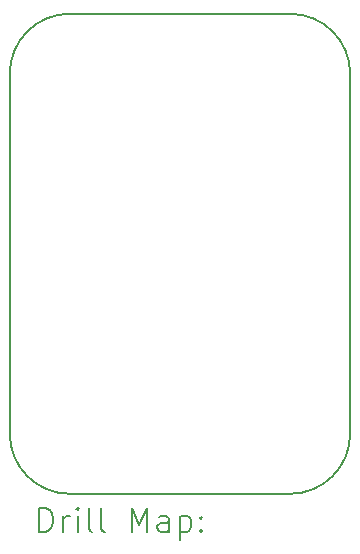
<source format=gbr>
%TF.GenerationSoftware,KiCad,Pcbnew,8.0.4*%
%TF.CreationDate,2024-09-05T18:00:30+02:00*%
%TF.ProjectId,TGS2600,54475332-3630-4302-9e6b-696361645f70,rev?*%
%TF.SameCoordinates,Original*%
%TF.FileFunction,Drillmap*%
%TF.FilePolarity,Positive*%
%FSLAX45Y45*%
G04 Gerber Fmt 4.5, Leading zero omitted, Abs format (unit mm)*
G04 Created by KiCad (PCBNEW 8.0.4) date 2024-09-05 18:00:30*
%MOMM*%
%LPD*%
G01*
G04 APERTURE LIST*
%ADD10C,0.200000*%
G04 APERTURE END LIST*
D10*
X13611000Y-7800000D02*
X15477000Y-7800000D01*
X13611000Y-11864000D02*
G75*
G02*
X13103000Y-11356000I0J508000D01*
G01*
X15985000Y-8308000D02*
X15985000Y-11356000D01*
X15985000Y-11356000D02*
G75*
G02*
X15477000Y-11864000I-508000J0D01*
G01*
X13103000Y-11356000D02*
X13103000Y-8308000D01*
X15477000Y-11864000D02*
X13611000Y-11864000D01*
X13103000Y-8308000D02*
G75*
G02*
X13611000Y-7800000I508000J0D01*
G01*
X15477000Y-7800000D02*
G75*
G02*
X15985000Y-8308000I0J-508000D01*
G01*
X13353777Y-12185484D02*
X13353777Y-11985484D01*
X13353777Y-11985484D02*
X13401396Y-11985484D01*
X13401396Y-11985484D02*
X13429967Y-11995008D01*
X13429967Y-11995008D02*
X13449015Y-12014055D01*
X13449015Y-12014055D02*
X13458539Y-12033103D01*
X13458539Y-12033103D02*
X13468062Y-12071198D01*
X13468062Y-12071198D02*
X13468062Y-12099769D01*
X13468062Y-12099769D02*
X13458539Y-12137865D01*
X13458539Y-12137865D02*
X13449015Y-12156912D01*
X13449015Y-12156912D02*
X13429967Y-12175960D01*
X13429967Y-12175960D02*
X13401396Y-12185484D01*
X13401396Y-12185484D02*
X13353777Y-12185484D01*
X13553777Y-12185484D02*
X13553777Y-12052150D01*
X13553777Y-12090246D02*
X13563301Y-12071198D01*
X13563301Y-12071198D02*
X13572824Y-12061674D01*
X13572824Y-12061674D02*
X13591872Y-12052150D01*
X13591872Y-12052150D02*
X13610920Y-12052150D01*
X13677586Y-12185484D02*
X13677586Y-12052150D01*
X13677586Y-11985484D02*
X13668062Y-11995008D01*
X13668062Y-11995008D02*
X13677586Y-12004531D01*
X13677586Y-12004531D02*
X13687110Y-11995008D01*
X13687110Y-11995008D02*
X13677586Y-11985484D01*
X13677586Y-11985484D02*
X13677586Y-12004531D01*
X13801396Y-12185484D02*
X13782348Y-12175960D01*
X13782348Y-12175960D02*
X13772824Y-12156912D01*
X13772824Y-12156912D02*
X13772824Y-11985484D01*
X13906158Y-12185484D02*
X13887110Y-12175960D01*
X13887110Y-12175960D02*
X13877586Y-12156912D01*
X13877586Y-12156912D02*
X13877586Y-11985484D01*
X14134729Y-12185484D02*
X14134729Y-11985484D01*
X14134729Y-11985484D02*
X14201396Y-12128341D01*
X14201396Y-12128341D02*
X14268062Y-11985484D01*
X14268062Y-11985484D02*
X14268062Y-12185484D01*
X14449015Y-12185484D02*
X14449015Y-12080722D01*
X14449015Y-12080722D02*
X14439491Y-12061674D01*
X14439491Y-12061674D02*
X14420443Y-12052150D01*
X14420443Y-12052150D02*
X14382348Y-12052150D01*
X14382348Y-12052150D02*
X14363301Y-12061674D01*
X14449015Y-12175960D02*
X14429967Y-12185484D01*
X14429967Y-12185484D02*
X14382348Y-12185484D01*
X14382348Y-12185484D02*
X14363301Y-12175960D01*
X14363301Y-12175960D02*
X14353777Y-12156912D01*
X14353777Y-12156912D02*
X14353777Y-12137865D01*
X14353777Y-12137865D02*
X14363301Y-12118817D01*
X14363301Y-12118817D02*
X14382348Y-12109293D01*
X14382348Y-12109293D02*
X14429967Y-12109293D01*
X14429967Y-12109293D02*
X14449015Y-12099769D01*
X14544253Y-12052150D02*
X14544253Y-12252150D01*
X14544253Y-12061674D02*
X14563301Y-12052150D01*
X14563301Y-12052150D02*
X14601396Y-12052150D01*
X14601396Y-12052150D02*
X14620443Y-12061674D01*
X14620443Y-12061674D02*
X14629967Y-12071198D01*
X14629967Y-12071198D02*
X14639491Y-12090246D01*
X14639491Y-12090246D02*
X14639491Y-12147388D01*
X14639491Y-12147388D02*
X14629967Y-12166436D01*
X14629967Y-12166436D02*
X14620443Y-12175960D01*
X14620443Y-12175960D02*
X14601396Y-12185484D01*
X14601396Y-12185484D02*
X14563301Y-12185484D01*
X14563301Y-12185484D02*
X14544253Y-12175960D01*
X14725205Y-12166436D02*
X14734729Y-12175960D01*
X14734729Y-12175960D02*
X14725205Y-12185484D01*
X14725205Y-12185484D02*
X14715682Y-12175960D01*
X14715682Y-12175960D02*
X14725205Y-12166436D01*
X14725205Y-12166436D02*
X14725205Y-12185484D01*
X14725205Y-12061674D02*
X14734729Y-12071198D01*
X14734729Y-12071198D02*
X14725205Y-12080722D01*
X14725205Y-12080722D02*
X14715682Y-12071198D01*
X14715682Y-12071198D02*
X14725205Y-12061674D01*
X14725205Y-12061674D02*
X14725205Y-12080722D01*
M02*

</source>
